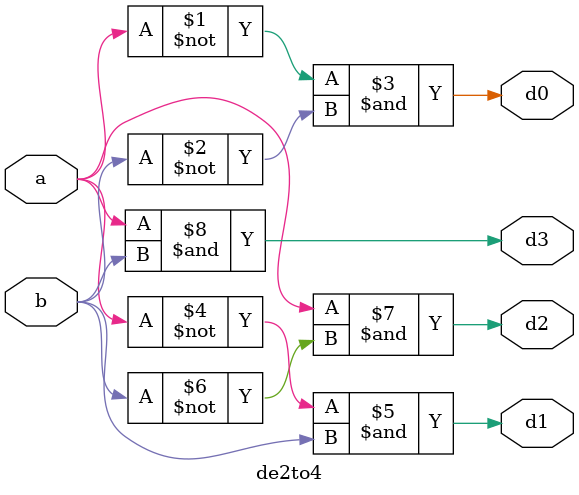
<source format=v>
`timescale 1ns / 1ps

module de2to4(
input a,b,
output d0, d1, d2, d3
);
    
    assign d0 = ~a & ~b;
    assign d1 = ~a & b;
    assign d2 = a & ~b;
    assign d3 = a & b;
             
endmodule

</source>
